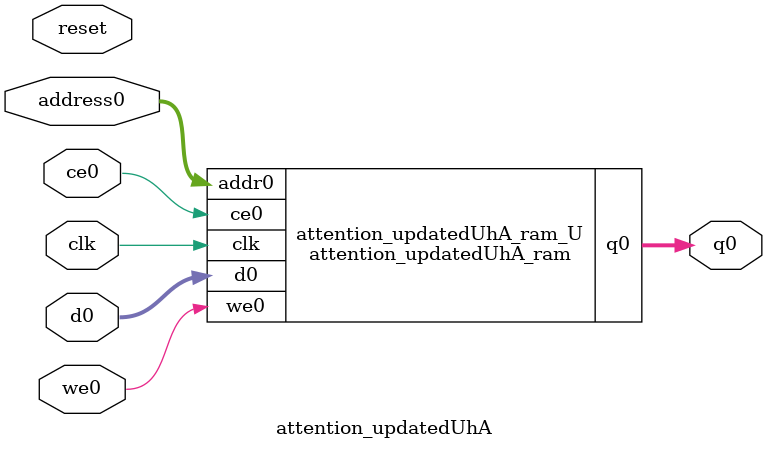
<source format=v>
`timescale 1 ns / 1 ps
module attention_updatedUhA_ram (addr0, ce0, d0, we0, q0,  clk);

parameter DWIDTH = 32;
parameter AWIDTH = 14;
parameter MEM_SIZE = 9216;

input[AWIDTH-1:0] addr0;
input ce0;
input[DWIDTH-1:0] d0;
input we0;
output reg[DWIDTH-1:0] q0;
input clk;

(* ram_style = "block" *)reg [DWIDTH-1:0] ram[0:MEM_SIZE-1];




always @(posedge clk)  
begin 
    if (ce0) begin
        if (we0) 
            ram[addr0] <= d0; 
        q0 <= ram[addr0];
    end
end


endmodule

`timescale 1 ns / 1 ps
module attention_updatedUhA(
    reset,
    clk,
    address0,
    ce0,
    we0,
    d0,
    q0);

parameter DataWidth = 32'd32;
parameter AddressRange = 32'd9216;
parameter AddressWidth = 32'd14;
input reset;
input clk;
input[AddressWidth - 1:0] address0;
input ce0;
input we0;
input[DataWidth - 1:0] d0;
output[DataWidth - 1:0] q0;



attention_updatedUhA_ram attention_updatedUhA_ram_U(
    .clk( clk ),
    .addr0( address0 ),
    .ce0( ce0 ),
    .we0( we0 ),
    .d0( d0 ),
    .q0( q0 ));

endmodule


</source>
